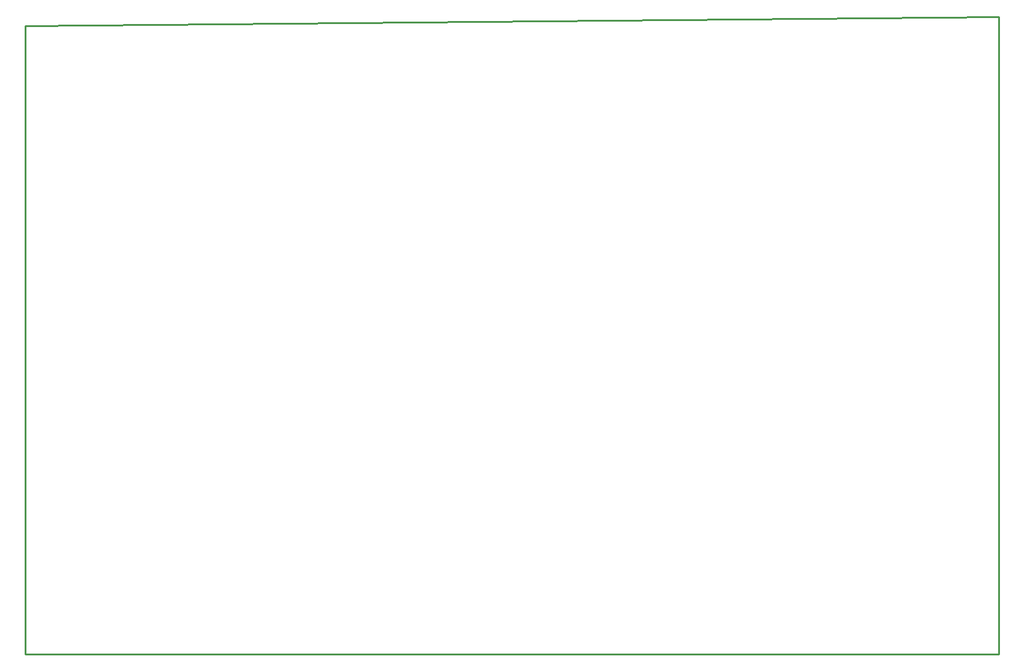
<source format=gbr>
G04 EAGLE Gerber RS-274X export*
G75*
%MOMM*%
%FSLAX34Y34*%
%LPD*%
%IN*%
%IPPOS*%
%AMOC8*
5,1,8,0,0,1.08239X$1,22.5*%
G01*
%ADD10C,0.254000*%


D10*
X0Y0D02*
X1371400Y0D01*
X1371400Y898400D01*
X0Y885700D01*
X0Y0D01*
M02*

</source>
